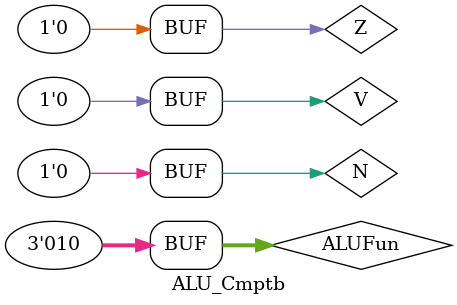
<source format=v>
`timescale 1ns / 1ps
module ALU_Cmptb;
reg Z,V,N;
reg[2:0]ALUFun;
wire [31:0]S;
initial
begin
Z<=0;
V<=0;
N<=0;
ALUFun<=3'b010;
end
 ALU_Cmp x3(S,Z,V,N,ALUFun);
endmodule

</source>
